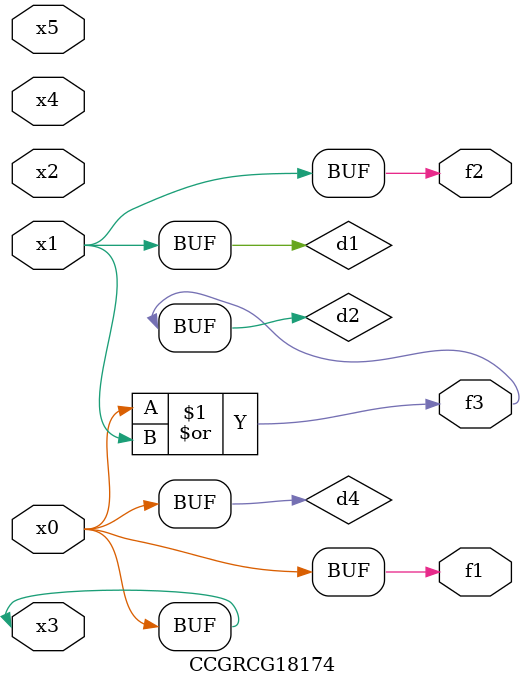
<source format=v>
module CCGRCG18174(
	input x0, x1, x2, x3, x4, x5,
	output f1, f2, f3
);

	wire d1, d2, d3, d4;

	and (d1, x1);
	or (d2, x0, x1);
	nand (d3, x0, x5);
	buf (d4, x0, x3);
	assign f1 = d4;
	assign f2 = d1;
	assign f3 = d2;
endmodule

</source>
